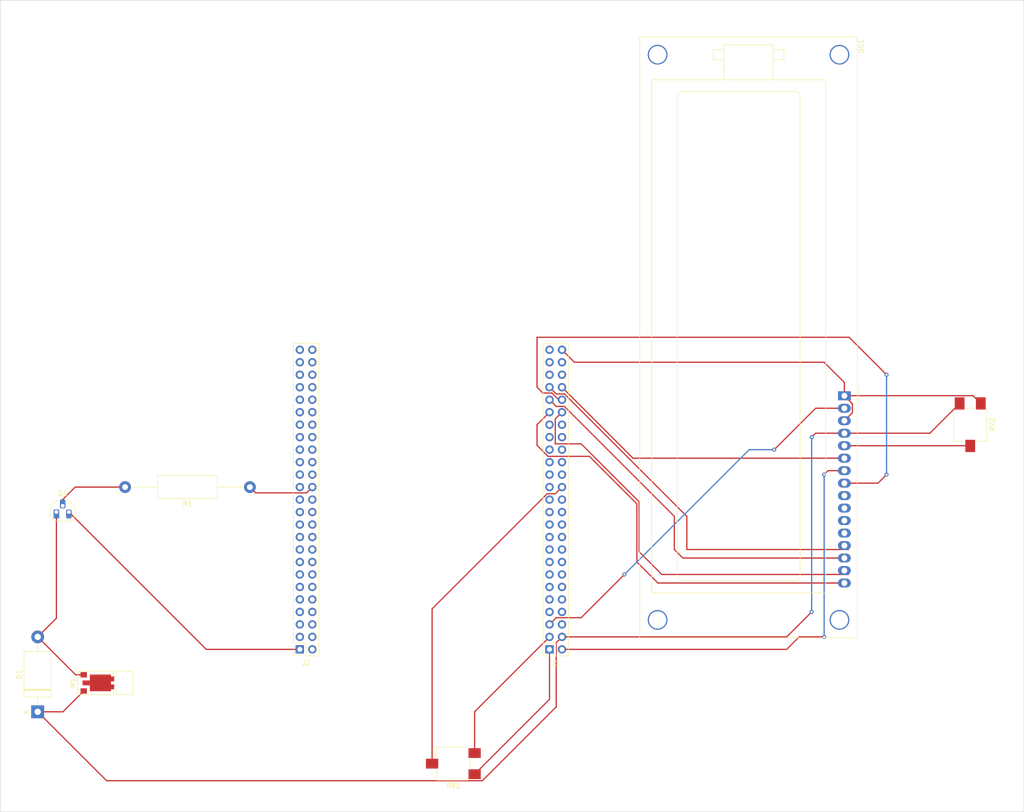
<source format=kicad_pcb>
(kicad_pcb (version 20221018) (generator pcbnew)
  (layers (0 "F.Cu" signal) (31 "B.Cu" signal) (34 "B.Paste" user) (35 "F.Paste" user) (36 "B.SilkS" user "B.Silkscreen") (37 "F.SilkS" user "F.Silkscreen") (38 "B.Mask" user) (39 "F.Mask" user) (44 "Edge.Cuts" user))
  (net 0 "")
  (net 1 "Net-(D1-A2)")
  (net 2 "GND")
  (net 3 "Net-(DS1-Vo)")
  (net 4 "Rs")
  (net 5 "E")
  (net 10 "D4")
  (net 11 "D5")
  (net 12 "D6")
  (net 13 "D7")
  (net 36 "Input_Signal")
  (net 76 "Motor_PWM")
  (net 97 "Net-(Q1-B)")
  (net 98 "5V")
  (net 99 "3.3V")
  (footprint "Display:HY1602E" (layer "F.Cu") (at 192.0775 105.88 -90)
    (fp_text reference "DS1" (at -71.12 -3.48 90) (layer "F.SilkS"))
    (fp_text value "HY1602E")
    (fp_line (start -73.04 -2.64) (end -73.04 41.64) (stroke (width 0.12)) (layer "F.SilkS"))
    (fp_line (start -73.04 -2.64) (end 49.24 -2.64) (stroke (width 0.12)) (layer "F.SilkS"))
    (fp_line (start -71.4 14.5) (end -64.3 14.5) (stroke (width 0.12)) (layer "F.SilkS"))
    (fp_line (start -71.4 24.5) (end -71.4 14.5) (stroke (width 0.12)) (layer "F.SilkS"))
    (fp_line (start -70.4 12.3) (end -70.4 14.5) (stroke (width 0.12)) (layer "F.SilkS"))
    (fp_line (start -70.4 26.7) (end -70.4 24.5) (stroke (width 0.12)) (layer "F.SilkS"))
    (fp_line (start -68.4 12.3) (end -70.4 12.3) (stroke (width 0.12)) (layer "F.SilkS"))
    (fp_line (start -68.4 14.5) (end -68.4 12.3) (stroke (width 0.12)) (layer "F.SilkS"))
    (fp_line (start -68.4 24.5) (end -68.4 26.7) (stroke (width 0.12)) (layer "F.SilkS"))
    (fp_line (start -68.4 26.7) (end -70.4 26.7) (stroke (width 0.12)) (layer "F.SilkS"))
    (fp_line (start -64.3 3.8) (end 40.1 3.8) (stroke (width 0.12)) (layer "F.SilkS"))
    (fp_line (start -64.3 24.5) (end -71.4 24.5) (stroke (width 0.12)) (layer "F.SilkS"))
    (fp_line (start -64.3 39.2) (end -64.3 3.8) (stroke (width 0.12)) (layer "F.SilkS"))
    (fp_line (start -61.9 33) (end -61.9 10) (stroke (width 0.12)) (layer "F.SilkS"))
    (fp_line (start -60.9 9) (end 36.6 9) (stroke (width 0.12)) (layer "F.SilkS"))
    (fp_line (start -2 -3) (end 2 -3) (stroke (width 0.12)) (layer "F.SilkS"))
    (fp_line (start 36.6 34) (end -60.9 34) (stroke (width 0.12)) (layer "F.SilkS"))
    (fp_line (start 37.6 10) (end 37.6 33) (stroke (width 0.12)) (layer "F.SilkS"))
    (fp_line (start 40.1 3.8) (end 40.1 39.2) (stroke (width 0.12)) (layer "F.SilkS"))
    (fp_line (start 40.1 39.2) (end -64.3 39.2) (stroke (width 0.12)) (layer "F.SilkS"))
    (fp_line (start 49.24 -2.64) (end 49.24 41.64) (stroke (width 0.12)) (layer "F.SilkS"))
    (fp_line (start 49.24 41.64) (end -73.04 41.64) (stroke (width 0.12)) (layer "F.SilkS"))
    (fp_arc (start -61.9 10) (mid -61.607107 9.292893) (end -60.9 9) (stroke (width 0.12)) (layer "F.SilkS"))
    (fp_arc (start -60.9 34) (mid -61.607107 33.707107) (end -61.9 33) (stroke (width 0.12)) (layer "F.SilkS"))
    (fp_arc (start 36.6 9) (mid 37.307107 9.292893) (end 37.6 10) (stroke (width 0.12)) (layer "F.SilkS"))
    (fp_arc (start 37.6 33) (mid 37.307107 33.707107) (end 36.6 34) (stroke (width 0.12)) (layer "F.SilkS"))
    (pad "" thru_hole circle (at -69.40042 1.00076 90) (size 4 4) (drill 3.5) (layers "*.Cu" "*.Mask"))
    (pad "" thru_hole circle (at -69.40042 38.00094 90) (size 4 4) (drill 3.5) (layers "*.Cu" "*.Mask"))
    (pad "" thru_hole circle (at 45.60062 1.00076 90) (size 4 4) (drill 3.5) (layers "*.Cu" "*.Mask"))
    (pad "" thru_hole circle (at 45.60062 38.00094 90) (size 4 4) (drill 3.5) (layers "*.Cu" "*.Mask"))
    (pad "1" thru_hole rect (at 0 0 90) (size 1.8 2.6) (drill 1.2) (layers "*.Cu" "*.Mask") (net 2 "GND"))
    (pad "2" thru_hole oval (at 2.54 0 90) (size 1.8 2.6) (drill 1.2) (layers "*.Cu" "*.Mask") (net 99 "3.3V"))
    (pad "3" thru_hole oval (at 5.08 0 90) (size 1.8 2.6) (drill 1.2) (layers "*.Cu" "*.Mask") (net 2 "GND"))
    (pad "4" thru_hole oval (at 7.62 0 90) (size 1.8 2.6) (drill 1.2) (layers "*.Cu" "*.Mask") (net 98 "5V"))
    (pad "5" thru_hole oval (at 10.16 0 90) (size 1.8 2.6) (drill 1.2) (layers "*.Cu" "*.Mask") (net 3 "Net-(DS1-Vo)"))
    (pad "6" thru_hole oval (at 12.7 0 90) (size 1.8 2.6) (drill 1.2) (layers "*.Cu" "*.Mask") (net 4 "Rs"))
    (pad "7" thru_hole oval (at 15.24 0 90) (size 1.8 2.6) (drill 1.2) (layers "*.Cu" "*.Mask") (net 2 "GND"))
    (pad "8" thru_hole oval (at 17.78 0 90) (size 1.8 2.6) (drill 1.2) (layers "*.Cu" "*.Mask") (net 5 "E"))
    (pad "9" thru_hole oval (at 20.32 0 90) (size 1.8 2.6) (drill 1.2) (layers "*.Cu" "*.Mask"))
    (pad "10" thru_hole oval (at 22.86 0 90) (size 1.8 2.6) (drill 1.2) (layers "*.Cu" "*.Mask"))
    (pad "11" thru_hole oval (at 25.4 0 90) (size 1.8 2.6) (drill 1.2) (layers "*.Cu" "*.Mask"))
    (pad "12" thru_hole oval (at 27.94 0 90) (size 1.8 2.6) (drill 1.2) (layers "*.Cu" "*.Mask"))
    (pad "13" thru_hole oval (at 30.48 0 90) (size 1.8 2.6) (drill 1.2) (layers "*.Cu" "*.Mask") (net 10 "D4"))
    (pad "14" thru_hole oval (at 33.02 0 90) (size 1.8 2.6) (drill 1.2) (layers "*.Cu" "*.Mask") (net 11 "D5"))
    (pad "15" thru_hole oval (at 35.56 0 90) (size 1.8 2.6) (drill 1.2) (layers "*.Cu" "*.Mask") (net 12 "D6"))
    (pad "16" thru_hole oval (at 38.1 0 90) (size 1.8 2.6) (drill 1.2) (layers "*.Cu" "*.Mask") (net 13 "D7"))
  )
  (footprint "Potentiometer_SMD:Potentiometer_ACP_CA6-VSMD_Vertical" (layer "F.Cu") (at 217.685 111.76 -90)
    (fp_text reference "RV2" (at 0 -4.5 90) (layer "F.SilkS"))
    (fp_text value "R_Potentiometer")
    (fp_line (start -3.37 -0.909) (end -3.37 0.91) (stroke (width 0.12)) (layer "F.SilkS"))
    (fp_line (start -2.834 -3.371) (end 3.37 -3.371) (stroke (width 0.12)) (layer "F.SilkS"))
    (fp_line (start -2.834 3.37) (end 3.37 3.37) (stroke (width 0.12)) (layer "F.SilkS"))
    (fp_line (start 3.37 -3.371) (end 3.37 -1.24) (stroke (width 0.12)) (layer "F.SilkS"))
    (fp_line (start 3.37 1.24) (end 3.37 3.37) (stroke (width 0.12)) (layer "F.SilkS"))
    (pad "1" smd rect (at -4.325 2.15 270) (size 2.5 2) (layers "F.Cu" "F.Paste" "F.Mask") (net 98 "5V"))
    (pad "2" smd rect (at 4.325 0 270) (size 2.5 2) (layers "F.Cu" "F.Paste" "F.Mask") (net 3 "Net-(DS1-Vo)"))
    (pad "3" smd rect (at -4.325 -2.15 270) (size 2.5 2) (layers "F.Cu" "F.Paste" "F.Mask") (net 2 "GND"))
  )
  (footprint "Motors:Vybronics_VZ30C1T8219732L" (layer "F.Cu") (at 41.655 164.3 90)
    (fp_text reference "M1" (at 0 -6.5 90) (layer "F.SilkS"))
    (fp_text value "Motor_DC")
    (fp_line (start -2.4 -5.55) (end -1.05 -5.55) (stroke (width 0.12)) (layer "F.SilkS"))
    (fp_line (start -2.4 -5.2) (end -2.4 -5.55) (stroke (width 0.12)) (layer "F.SilkS"))
    (fp_line (start -2.4 1.7) (end -2.4 -5.2) (stroke (width 0.12)) (layer "F.SilkS"))
    (fp_line (start -2.4 2.3) (end -1.4 2.3) (stroke (width 0.12)) (layer "F.SilkS"))
    (fp_line (start -2.4 5.6) (end -2.4 2.3) (stroke (width 0.12)) (layer "F.SilkS"))
    (fp_line (start -1.4 1.7) (end -2.4 1.7) (stroke (width 0.12)) (layer "F.SilkS"))
    (fp_line (start -1.4 2.3) (end -1.4 1.7) (stroke (width 0.12)) (layer "F.SilkS"))
    (fp_line (start -1.05 -5.6) (end 1.05 -5.6) (stroke (width 0.12)) (layer "F.SilkS"))
    (fp_line (start -1.05 -5.55) (end -1.05 -5.6) (stroke (width 0.12)) (layer "F.SilkS"))
    (fp_line (start 1.05 -5.6) (end 1.05 -5.55) (stroke (width 0.12)) (layer "F.SilkS"))
    (fp_line (start 1.05 -5.55) (end 2.4 -5.55) (stroke (width 0.12)) (layer "F.SilkS"))
    (fp_line (start 1.4 1.7) (end 1.4 2.3) (stroke (width 0.12)) (layer "F.SilkS"))
    (fp_line (start 1.4 2.3) (end 2.4 2.3) (stroke (width 0.12)) (layer "F.SilkS"))
    (fp_line (start 2.4 -5.55) (end 2.4 -5.2) (stroke (width 0.12)) (layer "F.SilkS"))
    (fp_line (start 2.4 -5.2) (end 2.4 1.7) (stroke (width 0.12)) (layer "F.SilkS"))
    (fp_line (start 2.4 1.7) (end 1.4 1.7) (stroke (width 0.12)) (layer "F.SilkS"))
    (fp_line (start 2.4 2.3) (end 2.4 5.6) (stroke (width 0.12)) (layer "F.SilkS"))
    (fp_line (start 2.4 5.6) (end -2.4 5.6) (stroke (width 0.12)) (layer "F.SilkS"))
    (pad "1" smd rect (at -1.65 -4.35) (size 1.3 1.1) (layers "F.Cu" "F.Paste" "F.Mask") (net 98 "5V"))
    (pad "2" smd rect (at 1.65 -4.35) (size 1.3 1.1) (layers "F.Cu" "F.Paste" "F.Mask") (net 1 "Net-(D1-A2)"))
    (pad "SH" smd rect (at -0.8 1.525 90) (size 1 0.65) (layers "F.Cu" "F.Paste" "F.Mask"))
    (pad "SH" smd rect (at 0 -3.85) (size 1.5 1) (layers "F.Cu" "F.Paste" "F.Mask"))
    (pad "SH" smd rect (at 0 -0.95) (size 4.3 3.4) (layers "F.Cu" "F.Mask"))
    (pad "SH" smd rect (at 0.8 1.525 90) (size 1 0.65) (layers "F.Cu" "F.Paste" "F.Mask"))
  )
  (footprint "Diode_THT:D_DO-201AE_P15.24mm_Horizontal" (layer "F.Cu") (at 27.94 170.18 90)
    (fp_text reference "D1" (at 7.62 -3.77 90) (layer "F.SilkS"))
    (fp_text value "1.5KExxA")
    (fp_text user "K" (at 0 -2.3 90) (layer "F.SilkS"))
    (fp_line (start 1.54 0) (end 3 0) (stroke (width 0.12)) (layer "F.SilkS"))
    (fp_line (start 3 -2.77) (end 3 2.77) (stroke (width 0.12)) (layer "F.SilkS"))
    (fp_line (start 3 2.77) (end 12.24 2.77) (stroke (width 0.12)) (layer "F.SilkS"))
    (fp_line (start 4.35 -2.77) (end 4.35 2.77) (stroke (width 0.12)) (layer "F.SilkS"))
    (fp_line (start 4.47 -2.77) (end 4.47 2.77) (stroke (width 0.12)) (layer "F.SilkS"))
    (fp_line (start 4.59 -2.77) (end 4.59 2.77) (stroke (width 0.12)) (layer "F.SilkS"))
    (fp_line (start 12.24 -2.77) (end 3 -2.77) (stroke (width 0.12)) (layer "F.SilkS"))
    (fp_line (start 12.24 2.77) (end 12.24 -2.77) (stroke (width 0.12)) (layer "F.SilkS"))
    (fp_line (start 13.7 0) (end 12.24 0) (stroke (width 0.12)) (layer "F.SilkS"))
    (pad "1" thru_hole rect (at 0 0 90) (size 2.6 2.6) (drill 1.3) (layers "*.Cu" "*.Mask") (net 98 "5V"))
    (pad "2" thru_hole oval (at 15.24 0 90) (size 2.6 2.6) (drill 1.3) (layers "*.Cu" "*.Mask") (net 1 "Net-(D1-A2)"))
  )
  (footprint "Connector_PinSocket_2.54mm:PinSocket_2x25_P2.54mm_Vertical" (layer "F.Cu") (at 81.28 157.48 180)
    (fp_text reference "J2" (at -1.27 -2.77) (layer "F.SilkS"))
    (fp_text value "Discovery Board Conn 1")
    (fp_line (start -3.87 -1.33) (end -3.87 62.29) (stroke (width 0.12)) (layer "F.SilkS"))
    (fp_line (start -3.87 -1.33) (end -1.27 -1.33) (stroke (width 0.12)) (layer "F.SilkS"))
    (fp_line (start -3.87 62.29) (end 1.33 62.29) (stroke (width 0.12)) (layer "F.SilkS"))
    (fp_line (start -1.27 -1.33) (end -1.27 1.27) (stroke (width 0.12)) (layer "F.SilkS"))
    (fp_line (start -1.27 1.27) (end 1.33 1.27) (stroke (width 0.12)) (layer "F.SilkS"))
    (fp_line (start 0 -1.33) (end 1.33 -1.33) (stroke (width 0.12)) (layer "F.SilkS"))
    (fp_line (start 1.33 -1.33) (end 1.33 0) (stroke (width 0.12)) (layer "F.SilkS"))
    (fp_line (start 1.33 1.27) (end 1.33 62.29) (stroke (width 0.12)) (layer "F.SilkS"))
    (pad "1" thru_hole rect (at 0 0 180) (size 1.7 1.7) (drill 1) (layers "*.Cu" "*.Mask") (net 2 "GND"))
    (pad "2" thru_hole oval (at -2.54 0 180) (size 1.7 1.7) (drill 1) (layers "*.Cu" "*.Mask") (net 2 "GND"))
    (pad "3" thru_hole oval (at 0 2.54 180) (size 1.7 1.7) (drill 1) (layers "*.Cu" "*.Mask"))
    (pad "4" thru_hole oval (at -2.54 2.54 180) (size 1.7 1.7) (drill 1) (layers "*.Cu" "*.Mask"))
    (pad "5" thru_hole oval (at 0 5.08 180) (size 1.7 1.7) (drill 1) (layers "*.Cu" "*.Mask"))
    (pad "6" thru_hole oval (at -2.54 5.08 180) (size 1.7 1.7) (drill 1) (layers "*.Cu" "*.Mask"))
    (pad "7" thru_hole oval (at 0 7.62 180) (size 1.7 1.7) (drill 1) (layers "*.Cu" "*.Mask"))
    (pad "8" thru_hole oval (at -2.54 7.62 180) (size 1.7 1.7) (drill 1) (layers "*.Cu" "*.Mask"))
    (pad "9" thru_hole oval (at 0 10.16 180) (size 1.7 1.7) (drill 1) (layers "*.Cu" "*.Mask"))
    (pad "10" thru_hole oval (at -2.54 10.16 180) (size 1.7 1.7) (drill 1) (layers "*.Cu" "*.Mask"))
    (pad "11" thru_hole oval (at 0 12.7 180) (size 1.7 1.7) (drill 1) (layers "*.Cu" "*.Mask"))
    (pad "12" thru_hole oval (at -2.54 12.7 180) (size 1.7 1.7) (drill 1) (layers "*.Cu" "*.Mask"))
    (pad "13" thru_hole oval (at 0 15.24 180) (size 1.7 1.7) (drill 1) (layers "*.Cu" "*.Mask"))
    (pad "14" thru_hole oval (at -2.54 15.24 180) (size 1.7 1.7) (drill 1) (layers "*.Cu" "*.Mask"))
    (pad "15" thru_hole oval (at 0 17.78 180) (size 1.7 1.7) (drill 1) (layers "*.Cu" "*.Mask"))
    (pad "16" thru_hole oval (at -2.54 17.78 180) (size 1.7 1.7) (drill 1) (layers "*.Cu" "*.Mask"))
    (pad "17" thru_hole oval (at 0 20.32 180) (size 1.7 1.7) (drill 1) (layers "*.Cu" "*.Mask"))
    (pad "18" thru_hole oval (at -2.54 20.32 180) (size 1.7 1.7) (drill 1) (layers "*.Cu" "*.Mask"))
    (pad "19" thru_hole oval (at 0 22.86 180) (size 1.7 1.7) (drill 1) (layers "*.Cu" "*.Mask"))
    (pad "20" thru_hole oval (at -2.54 22.86 180) (size 1.7 1.7) (drill 1) (layers "*.Cu" "*.Mask"))
    (pad "21" thru_hole oval (at 0 25.4 180) (size 1.7 1.7) (drill 1) (layers "*.Cu" "*.Mask"))
    (pad "22" thru_hole oval (at -2.54 25.4 180) (size 1.7 1.7) (drill 1) (layers "*.Cu" "*.Mask"))
    (pad "23" thru_hole oval (at 0 27.94 180) (size 1.7 1.7) (drill 1) (layers "*.Cu" "*.Mask"))
    (pad "24" thru_hole oval (at -2.54 27.94 180) (size 1.7 1.7) (drill 1) (layers "*.Cu" "*.Mask"))
    (pad "25" thru_hole oval (at 0 30.48 180) (size 1.7 1.7) (drill 1) (layers "*.Cu" "*.Mask"))
    (pad "26" thru_hole oval (at -2.54 30.48 180) (size 1.7 1.7) (drill 1) (layers "*.Cu" "*.Mask"))
    (pad "27" thru_hole oval (at 0 33.02 180) (size 1.7 1.7) (drill 1) (layers "*.Cu" "*.Mask"))
    (pad "28" thru_hole oval (at -2.54 33.02 180) (size 1.7 1.7) (drill 1) (layers "*.Cu" "*.Mask") (net 76 "Motor_PWM"))
    (pad "29" thru_hole oval (at 0 35.56 180) (size 1.7 1.7) (drill 1) (layers "*.Cu" "*.Mask"))
    (pad "30" thru_hole oval (at -2.54 35.56 180) (size 1.7 1.7) (drill 1) (layers "*.Cu" "*.Mask"))
    (pad "31" thru_hole oval (at 0 38.1 180) (size 1.7 1.7) (drill 1) (layers "*.Cu" "*.Mask"))
    (pad "32" thru_hole oval (at -2.54 38.1 180) (size 1.7 1.7) (drill 1) (layers "*.Cu" "*.Mask"))
    (pad "33" thru_hole oval (at 0 40.64 180) (size 1.7 1.7) (drill 1) (layers "*.Cu" "*.Mask"))
    (pad "34" thru_hole oval (at -2.54 40.64 180) (size 1.7 1.7) (drill 1) (layers "*.Cu" "*.Mask"))
    (pad "35" thru_hole oval (at 0 43.18 180) (size 1.7 1.7) (drill 1) (layers "*.Cu" "*.Mask"))
    (pad "36" thru_hole oval (at -2.54 43.18 180) (size 1.7 1.7) (drill 1) (layers "*.Cu" "*.Mask"))
    (pad "37" thru_hole oval (at 0 45.72 180) (size 1.7 1.7) (drill 1) (layers "*.Cu" "*.Mask"))
    (pad "38" thru_hole oval (at -2.54 45.72 180) (size 1.7 1.7) (drill 1) (layers "*.Cu" "*.Mask"))
    (pad "39" thru_hole oval (at 0 48.26 180) (size 1.7 1.7) (drill 1) (layers "*.Cu" "*.Mask"))
    (pad "40" thru_hole oval (at -2.54 48.26 180) (size 1.7 1.7) (drill 1) (layers "*.Cu" "*.Mask"))
    (pad "41" thru_hole oval (at 0 50.8 180) (size 1.7 1.7) (drill 1) (layers "*.Cu" "*.Mask"))
    (pad "42" thru_hole oval (at -2.54 50.8 180) (size 1.7 1.7) (drill 1) (layers "*.Cu" "*.Mask"))
    (pad "43" thru_hole oval (at 0 53.34 180) (size 1.7 1.7) (drill 1) (layers "*.Cu" "*.Mask"))
    (pad "44" thru_hole oval (at -2.54 53.34 180) (size 1.7 1.7) (drill 1) (layers "*.Cu" "*.Mask"))
    (pad "45" thru_hole oval (at 0 55.88 180) (size 1.7 1.7) (drill 1) (layers "*.Cu" "*.Mask"))
    (pad "46" thru_hole oval (at -2.54 55.88 180) (size 1.7 1.7) (drill 1) (layers "*.Cu" "*.Mask"))
    (pad "47" thru_hole oval (at 0 58.42 180) (size 1.7 1.7) (drill 1) (layers "*.Cu" "*.Mask"))
    (pad "48" thru_hole oval (at -2.54 58.42 180) (size 1.7 1.7) (drill 1) (layers "*.Cu" "*.Mask"))
    (pad "49" thru_hole oval (at 0 60.96 180) (size 1.7 1.7) (drill 1) (layers "*.Cu" "*.Mask") (net 2 "GND"))
    (pad "50" thru_hole oval (at -2.54 60.96 180) (size 1.7 1.7) (drill 1) (layers "*.Cu" "*.Mask") (net 2 "GND"))
  )
  (footprint "Package_TO_SOT_THT:TO-92L_HandSolder" (layer "F.Cu") (at 31.75 129.54)
    (fp_text reference "Q1" (at 1.27 -3.8) (layer "F.SilkS"))
    (fp_text value "NPN")
    (fp_line (start -0.53 1.85) (end 3.07 1.85) (stroke (width 0.12)) (layer "F.SilkS"))
    (fp_arc (start -0.541453 1.842156) (mid -1.247298 -0.581475) (end 0.45 -2.45) (stroke (width 0.12)) (layer "F.SilkS"))
    (fp_arc (start 2.05 -2.45) (mid 3.769931 -0.601036) (end 3.078445 1.827684) (stroke (width 0.12)) (layer "F.SilkS"))
    (pad "1" thru_hole rect (at 0 0) (size 1.1 1.8) (drill 0.75 (offset 0 0.4)) (layers "*.Cu" "*.Mask") (net 1 "Net-(D1-A2)"))
    (pad "2" thru_hole roundrect (at 1.27 -1.27) (size 1.1 1.8) (drill 0.75 (offset 0 -0.4)) (layers "*.Cu" "*.Mask") (net 97 "Net-(Q1-B)"))
    (pad "3" thru_hole roundrect (at 2.54 0) (size 1.1 1.8) (drill 0.75 (offset 0 0.4)) (layers "*.Cu" "*.Mask") (net 2 "GND"))
  )
  (footprint "Resistor_THT:R_Axial_DIN0414_L11.9mm_D4.5mm_P25.40mm_Horizontal" (layer "F.Cu") (at 71.12 124.46 180)
    (fp_text reference "R1" (at 12.7 -3.37) (layer "F.SilkS"))
    (fp_text value "R_Small")
    (fp_line (start 1.44 0) (end 6.63 0) (stroke (width 0.12)) (layer "F.SilkS"))
    (fp_line (start 6.63 -2.37) (end 6.63 2.37) (stroke (width 0.12)) (layer "F.SilkS"))
    (fp_line (start 6.63 2.37) (end 18.77 2.37) (stroke (width 0.12)) (layer "F.SilkS"))
    (fp_line (start 18.77 -2.37) (end 6.63 -2.37) (stroke (width 0.12)) (layer "F.SilkS"))
    (fp_line (start 18.77 2.37) (end 18.77 -2.37) (stroke (width 0.12)) (layer "F.SilkS"))
    (fp_line (start 23.96 0) (end 18.77 0) (stroke (width 0.12)) (layer "F.SilkS"))
    (pad "1" thru_hole circle (at 0 0 180) (size 2.4 2.4) (drill 1.2) (layers "*.Cu" "*.Mask") (net 76 "Motor_PWM"))
    (pad "2" thru_hole oval (at 25.4 0 180) (size 2.4 2.4) (drill 1.2) (layers "*.Cu" "*.Mask") (net 97 "Net-(Q1-B)"))
  )
  (footprint "Connector_PinSocket_2.54mm:PinSocket_2x25_P2.54mm_Vertical" (layer "F.Cu") (at 132.08 157.48 180)
    (fp_text reference "J1" (at -1.27 -2.77) (layer "F.SilkS"))
    (fp_text value "Discovery Board Conn 2")
    (fp_line (start -3.87 -1.33) (end -3.87 62.29) (stroke (width 0.12)) (layer "F.SilkS"))
    (fp_line (start -3.87 -1.33) (end -1.27 -1.33) (stroke (width 0.12)) (layer "F.SilkS"))
    (fp_line (start -3.87 62.29) (end 1.33 62.29) (stroke (width 0.12)) (layer "F.SilkS"))
    (fp_line (start -1.27 -1.33) (end -1.27 1.27) (stroke (width 0.12)) (layer "F.SilkS"))
    (fp_line (start -1.27 1.27) (end 1.33 1.27) (stroke (width 0.12)) (layer "F.SilkS"))
    (fp_line (start 0 -1.33) (end 1.33 -1.33) (stroke (width 0.12)) (layer "F.SilkS"))
    (fp_line (start 1.33 -1.33) (end 1.33 0) (stroke (width 0.12)) (layer "F.SilkS"))
    (fp_line (start 1.33 1.27) (end 1.33 62.29) (stroke (width 0.12)) (layer "F.SilkS"))
    (pad "1" thru_hole rect (at 0 0 180) (size 1.7 1.7) (drill 1) (layers "*.Cu" "*.Mask") (net 2 "GND"))
    (pad "2" thru_hole oval (at -2.54 0 180) (size 1.7 1.7) (drill 1) (layers "*.Cu" "*.Mask") (net 2 "GND"))
    (pad "3" thru_hole oval (at 0 2.54 180) (size 1.7 1.7) (drill 1) (layers "*.Cu" "*.Mask") (net 98 "5V"))
    (pad "4" thru_hole oval (at -2.54 2.54 180) (size 1.7 1.7) (drill 1) (layers "*.Cu" "*.Mask") (net 98 "5V"))
    (pad "5" thru_hole oval (at 0 5.08 180) (size 1.7 1.7) (drill 1) (layers "*.Cu" "*.Mask") (net 99 "3.3V"))
    (pad "6" thru_hole oval (at -2.54 5.08 180) (size 1.7 1.7) (drill 1) (layers "*.Cu" "*.Mask"))
    (pad "7" thru_hole oval (at 0 7.62 180) (size 1.7 1.7) (drill 1) (layers "*.Cu" "*.Mask"))
    (pad "8" thru_hole oval (at -2.54 7.62 180) (size 1.7 1.7) (drill 1) (layers "*.Cu" "*.Mask"))
    (pad "9" thru_hole oval (at 0 10.16 180) (size 1.7 1.7) (drill 1) (layers "*.Cu" "*.Mask"))
    (pad "10" thru_hole oval (at -2.54 10.16 180) (size 1.7 1.7) (drill 1) (layers "*.Cu" "*.Mask"))
    (pad "11" thru_hole oval (at 0 12.7 180) (size 1.7 1.7) (drill 1) (layers "*.Cu" "*.Mask"))
    (pad "12" thru_hole oval (at -2.54 12.7 180) (size 1.7 1.7) (drill 1) (layers "*.Cu" "*.Mask"))
    (pad "13" thru_hole oval (at 0 15.24 180) (size 1.7 1.7) (drill 1) (layers "*.Cu" "*.Mask"))
    (pad "14" thru_hole oval (at -2.54 15.24 180) (size 1.7 1.7) (drill 1) (layers "*.Cu" "*.Mask"))
    (pad "15" thru_hole oval (at 0 17.78 180) (size 1.7 1.7) (drill 1) (layers "*.Cu" "*.Mask"))
    (pad "16" thru_hole oval (at -2.54 17.78 180) (size 1.7 1.7) (drill 1) (layers "*.Cu" "*.Mask"))
    (pad "17" thru_hole oval (at 0 20.32 180) (size 1.7 1.7) (drill 1) (layers "*.Cu" "*.Mask"))
    (pad "18" thru_hole oval (at -2.54 20.32 180) (size 1.7 1.7) (drill 1) (layers "*.Cu" "*.Mask"))
    (pad "19" thru_hole oval (at 0 22.86 180) (size 1.7 1.7) (drill 1) (layers "*.Cu" "*.Mask"))
    (pad "20" thru_hole oval (at -2.54 22.86 180) (size 1.7 1.7) (drill 1) (layers "*.Cu" "*.Mask"))
    (pad "21" thru_hole oval (at 0 25.4 180) (size 1.7 1.7) (drill 1) (layers "*.Cu" "*.Mask"))
    (pad "22" thru_hole oval (at -2.54 25.4 180) (size 1.7 1.7) (drill 1) (layers "*.Cu" "*.Mask"))
    (pad "23" thru_hole oval (at 0 27.94 180) (size 1.7 1.7) (drill 1) (layers "*.Cu" "*.Mask"))
    (pad "24" thru_hole oval (at -2.54 27.94 180) (size 1.7 1.7) (drill 1) (layers "*.Cu" "*.Mask"))
    (pad "25" thru_hole oval (at 0 30.48 180) (size 1.7 1.7) (drill 1) (layers "*.Cu" "*.Mask"))
    (pad "26" thru_hole oval (at -2.54 30.48 180) (size 1.7 1.7) (drill 1) (layers "*.Cu" "*.Mask"))
    (pad "27" thru_hole oval (at 0 33.02 180) (size 1.7 1.7) (drill 1) (layers "*.Cu" "*.Mask"))
    (pad "28" thru_hole oval (at -2.54 33.02 180) (size 1.7 1.7) (drill 1) (layers "*.Cu" "*.Mask") (net 36 "Input_Signal"))
    (pad "29" thru_hole oval (at 0 35.56 180) (size 1.7 1.7) (drill 1) (layers "*.Cu" "*.Mask"))
    (pad "30" thru_hole oval (at -2.54 35.56 180) (size 1.7 1.7) (drill 1) (layers "*.Cu" "*.Mask"))
    (pad "31" thru_hole oval (at 0 38.1 180) (size 1.7 1.7) (drill 1) (layers "*.Cu" "*.Mask"))
    (pad "32" thru_hole oval (at -2.54 38.1 180) (size 1.7 1.7) (drill 1) (layers "*.Cu" "*.Mask"))
    (pad "33" thru_hole oval (at 0 40.64 180) (size 1.7 1.7) (drill 1) (layers "*.Cu" "*.Mask"))
    (pad "34" thru_hole oval (at -2.54 40.64 180) (size 1.7 1.7) (drill 1) (layers "*.Cu" "*.Mask"))
    (pad "35" thru_hole oval (at 0 43.18 180) (size 1.7 1.7) (drill 1) (layers "*.Cu" "*.Mask"))
    (pad "36" thru_hole oval (at -2.54 43.18 180) (size 1.7 1.7) (drill 1) (layers "*.Cu" "*.Mask"))
    (pad "37" thru_hole oval (at 0 45.72 180) (size 1.7 1.7) (drill 1) (layers "*.Cu" "*.Mask"))
    (pad "38" thru_hole oval (at -2.54 45.72 180) (size 1.7 1.7) (drill 1) (layers "*.Cu" "*.Mask"))
    (pad "39" thru_hole oval (at 0 48.26 180) (size 1.7 1.7) (drill 1) (layers "*.Cu" "*.Mask") (net 13 "D7"))
    (pad "40" thru_hole oval (at -2.54 48.26 180) (size 1.7 1.7) (drill 1) (layers "*.Cu" "*.Mask") (net 12 "D6"))
    (pad "41" thru_hole oval (at 0 50.8 180) (size 1.7 1.7) (drill 1) (layers "*.Cu" "*.Mask") (net 11 "D5"))
    (pad "42" thru_hole oval (at -2.54 50.8 180) (size 1.7 1.7) (drill 1) (layers "*.Cu" "*.Mask") (net 5 "E"))
    (pad "43" thru_hole oval (at 0 53.34 180) (size 1.7 1.7) (drill 1) (layers "*.Cu" "*.Mask") (net 10 "D4"))
    (pad "44" thru_hole oval (at -2.54 53.34 180) (size 1.7 1.7) (drill 1) (layers "*.Cu" "*.Mask") (net 4 "Rs"))
    (pad "45" thru_hole oval (at 0 55.88 180) (size 1.7 1.7) (drill 1) (layers "*.Cu" "*.Mask"))
    (pad "46" thru_hole oval (at -2.54 55.88 180) (size 1.7 1.7) (drill 1) (layers "*.Cu" "*.Mask"))
    (pad "47" thru_hole oval (at 0 58.42 180) (size 1.7 1.7) (drill 1) (layers "*.Cu" "*.Mask"))
    (pad "48" thru_hole oval (at -2.54 58.42 180) (size 1.7 1.7) (drill 1) (layers "*.Cu" "*.Mask"))
    (pad "49" thru_hole oval (at 0 60.96 180) (size 1.7 1.7) (drill 1) (layers "*.Cu" "*.Mask") (net 2 "GND"))
    (pad "50" thru_hole oval (at -2.54 60.96 180) (size 1.7 1.7) (drill 1) (layers "*.Cu" "*.Mask") (net 2 "GND"))
  )
  (footprint "Potentiometer_SMD:Potentiometer_ACP_CA6-VSMD_Vertical" (layer "F.Cu") (at 112.515 180.73 180)
    (fp_text reference "RV1" (at 0 -4.5) (layer "F.SilkS"))
    (fp_text value "R_Potentiometer")
    (fp_line (start -3.37 -0.909) (end -3.37 0.91) (stroke (width 0.12)) (layer "F.SilkS"))
    (fp_line (start -2.834 -3.371) (end 3.37 -3.371) (stroke (width 0.12)) (layer "F.SilkS"))
    (fp_line (start -2.834 3.37) (end 3.37 3.37) (stroke (width 0.12)) (layer "F.SilkS"))
    (fp_line (start 3.37 -3.371) (end 3.37 -1.24) (stroke (width 0.12)) (layer "F.SilkS"))
    (fp_line (start 3.37 1.24) (end 3.37 3.37) (stroke (width 0.12)) (layer "F.SilkS"))
    (pad "1" smd rect (at -4.325 2.15 180) (size 2.5 2) (layers "F.Cu" "F.Paste" "F.Mask") (net 98 "5V"))
    (pad "2" smd rect (at 4.325 0 180) (size 2.5 2) (layers "F.Cu" "F.Paste" "F.Mask") (net 36 "Input_Signal"))
    (pad "3" smd rect (at -4.325 -2.15 180) (size 2.5 2) (layers "F.Cu" "F.Paste" "F.Mask") (net 2 "GND"))
  )
  (gr_rect (start 20.32 25.4) (end 228.6 190.5) (stroke (width 0.1)) (fill none) (layer "Edge.Cuts"))
  (segment (start 31.75 129.54) (end 31.75 151.13) (width 0.25) (layer "F.Cu") (net 1))
  (segment (start 35.65 162.65) (end 37.305 162.65) (width 0.25) (layer "F.Cu") (net 1))
  (segment (start 31.75 151.13) (end 27.94 154.94) (width 0.25) (layer "F.Cu") (net 1))
  (segment (start 27.94 154.94) (end 35.65 162.65) (width 0.25) (layer "F.Cu") (net 1))
  (segment (start 182.88 154.94) (end 187.96 154.94) (width 0.25) (layer "F.Cu") (net 2))
  (segment (start 116.84 182.88) (end 132.08 167.64) (width 0.25) (layer "F.Cu") (net 2))
  (segment (start 192.0775 103.1775) (end 187.96 99.06) (width 0.25) (layer "F.Cu") (net 2))
  (segment (start 192.0775 105.88) (end 192.0775 103.1775) (width 0.25) (layer "F.Cu") (net 2))
  (segment (start 81.28 157.48) (end 62.23 157.48) (width 0.25) (layer "F.Cu") (net 2))
  (segment (start 180.34 157.48) (end 182.88 154.94) (width 0.25) (layer "F.Cu") (net 2))
  (segment (start 192.0975 105.86) (end 218.26 105.86) (width 0.25) (layer "F.Cu") (net 2))
  (segment (start 192.0775 110.96) (end 193.7025 109.335) (width 0.25) (layer "F.Cu") (net 2))
  (segment (start 193.7025 109.335) (end 193.7025 107.505) (width 0.25) (layer "F.Cu") (net 2))
  (segment (start 193.7025 107.505) (end 192.0775 105.88) (width 0.25) (layer "F.Cu") (net 2))
  (segment (start 192.0775 105.88) (end 192.0975 105.86) (width 0.25) (layer "F.Cu") (net 2))
  (segment (start 187.96 99.06) (end 137.16 99.06) (width 0.25) (layer "F.Cu") (net 2))
  (segment (start 192.0775 121.12) (end 188.76 121.12) (width 0.25) (layer "F.Cu") (net 2))
  (segment (start 137.16 99.06) (end 134.92052 96.82052) (width 0.25) (layer "F.Cu") (net 2))
  (segment (start 218.26 105.86) (end 219.835 107.435) (width 0.25) (layer "F.Cu") (net 2))
  (segment (start 134.62 157.48) (end 180.34 157.48) (width 0.25) (layer "F.Cu") (net 2))
  (segment (start 132.08 167.64) (end 132.08 157.48) (width 0.25) (layer "F.Cu") (net 2))
  (segment (start 188.76 121.12) (end 187.96 121.92) (width 0.25) (layer "F.Cu") (net 2))
  (segment (start 62.23 157.48) (end 34.29 129.54) (width 0.25) (layer "F.Cu") (net 2))
  (via (at 187.96 154.94) (size 0.8) (drill 0.4) (layers "F.Cu" "B.Cu") (net 2))
  (via (at 187.96 121.92) (size 0.8) (drill 0.4) (layers "F.Cu" "B.Cu") (net 2))
  (segment (start 187.96 121.92) (end 187.96 154.94) (width 0.25) (layer "B.Cu") (net 2))
  (segment (start 217.64 116.04) (end 217.685 116.085) (width 0.25) (layer "F.Cu") (net 3))
  (segment (start 192.0775 116.04) (end 217.64 116.04) (width 0.25) (layer "F.Cu") (net 3))
  (segment (start 149.06 118.58) (end 134.62 104.14) (width 0.25) (layer "F.Cu") (net 4))
  (segment (start 192.0775 118.58) (end 149.06 118.58) (width 0.25) (layer "F.Cu") (net 4))
  (segment (start 129.54 104.14) (end 129.54 93.98) (width 0.25) (layer "F.Cu") (net 5))
  (segment (start 192.0775 123.66) (end 198.92 123.66) (width 0.25) (layer "F.Cu") (net 5))
  (segment (start 198.92 123.66) (end 200.66 121.92) (width 0.25) (layer "F.Cu") (net 5))
  (segment (start 134.62 106.68) (end 133.931701 106.68) (width 0.25) (layer "F.Cu") (net 5))
  (segment (start 132.566701 105.315) (end 130.715 105.315) (width 0.25) (layer "F.Cu") (net 5))
  (segment (start 133.931701 106.68) (end 132.566701 105.315) (width 0.25) (layer "F.Cu") (net 5))
  (segment (start 130.715 105.315) (end 129.54 104.14) (width 0.25) (layer "F.Cu") (net 5))
  (segment (start 129.54 93.98) (end 193.04 93.98) (width 0.25) (layer "F.Cu") (net 5))
  (segment (start 193.04 93.98) (end 200.66 101.6) (width 0.25) (layer "F.Cu") (net 5))
  (via (at 200.66 121.92) (size 0.8) (drill 0.4) (layers "F.Cu" "B.Cu") (net 5))
  (via (at 200.66 101.6) (size 0.8) (drill 0.4) (layers "F.Cu" "B.Cu") (net 5))
  (segment (start 200.66 101.6) (end 200.66 121.92) (width 0.25) (layer "B.Cu") (net 5))
  (segment (start 135.106701 105.505) (end 133.445 105.505) (width 0.25) (layer "F.Cu") (net 10))
  (segment (start 133.445 105.505) (end 132.08 104.14) (width 0.25) (layer "F.Cu") (net 10))
  (segment (start 160.02 130.418299) (end 135.106701 105.505) (width 0.25) (layer "F.Cu") (net 10))
  (segment (start 192.8775 137.16) (end 160.02 137.16) (width 0.25) (layer "F.Cu") (net 10))
  (segment (start 192.0775 136.36) (end 192.8775 137.16) (width 0.25) (layer "F.Cu") (net 10))
  (segment (start 160.02 137.16) (end 160.02 130.418299) (width 0.25) (layer "F.Cu") (net 10))
  (segment (start 135.106701 108.045) (end 133.445 108.045) (width 0.25) (layer "F.Cu") (net 11))
  (segment (start 192.0775 138.9) (end 159.22 138.9) (width 0.25) (layer "F.Cu") (net 11))
  (segment (start 159.22 138.9) (end 157.48 137.16) (width 0.25) (layer "F.Cu") (net 11))
  (segment (start 133.445 108.045) (end 132.08 106.68) (width 0.25) (layer "F.Cu") (net 11))
  (segment (start 157.48 130.418299) (end 135.106701 108.045) (width 0.25) (layer "F.Cu") (net 11))
  (segment (start 157.48 137.16) (end 157.48 130.418299) (width 0.25) (layer "F.Cu") (net 11))
  (segment (start 150.31 137.61) (end 150.31 127.45) (width 0.25) (layer "F.Cu") (net 12))
  (segment (start 154.94 142.24) (end 150.31 137.61) (width 0.25) (layer "F.Cu") (net 12))
  (segment (start 150.31 127.45) (end 138.525 115.665) (width 0.25) (layer "F.Cu") (net 12))
  (segment (start 192.0775 141.44) (end 192.8775 142.24) (width 0.25) (layer "F.Cu") (net 12))
  (segment (start 133.255 115.664999) (end 133.255 110.585) (width 0.25) (layer "F.Cu") (net 12))
  (segment (start 192.8775 142.24) (end 154.94 142.24) (width 0.25) (layer "F.Cu") (net 12))
  (segment (start 138.525 115.665) (end 133.255 115.664999) (width 0.25) (layer "F.Cu") (net 12))
  (segment (start 133.255 110.585) (end 134.62 109.22) (width 0.25) (layer "F.Cu") (net 12))
  (segment (start 149.86 127.878299) (end 140.186701 118.205) (width 0.25) (layer "F.Cu") (net 13))
  (segment (start 149.86 139.7) (end 149.86 127.878299) (width 0.25) (layer "F.Cu") (net 13))
  (segment (start 131.783299 118.205) (end 129.54 115.961701) (width 0.25) (layer "F.Cu") (net 13))
  (segment (start 154.14 143.98) (end 149.86 139.7) (width 0.25) (layer "F.Cu") (net 13))
  (segment (start 192.0775 143.98) (end 154.14 143.98) (width 0.25) (layer "F.Cu") (net 13))
  (segment (start 129.54 111.76) (end 132.08 109.22) (width 0.25) (layer "F.Cu") (net 13))
  (segment (start 140.186701 118.205) (end 131.783299 118.205) (width 0.25) (layer "F.Cu") (net 13))
  (segment (start 129.54 115.961701) (end 129.54 111.76) (width 0.25) (layer "F.Cu") (net 13))
  (segment (start 133.255 125.825) (end 134.62 124.46) (width 0.25) (layer "F.Cu") (net 36))
  (segment (start 131.593299 125.825) (end 133.255 125.825) (width 0.25) (layer "F.Cu") (net 36))
  (segment (start 108.19 180.73) (end 108.19 149.228299) (width 0.25) (layer "F.Cu") (net 36))
  (segment (start 108.19 149.228299) (end 131.593299 125.825) (width 0.25) (layer "F.Cu") (net 36))
  (segment (start 72.295 125.635) (end 71.12 124.46) (width 0.25) (layer "F.Cu") (net 76))
  (segment (start 82.645 125.635) (end 72.295 125.635) (width 0.25) (layer "F.Cu") (net 76))
  (segment (start 83.82 124.46) (end 82.645 125.635) (width 0.25) (layer "F.Cu") (net 76))
  (segment (start 45.72 124.46) (end 35.56 124.46) (width 0.25) (layer "F.Cu") (net 97))
  (segment (start 35.56 124.46) (end 33.02 127) (width 0.25) (layer "F.Cu") (net 97))
  (segment (start 180.34 154.94) (end 185.42 149.86) (width 0.25) (layer "F.Cu") (net 98))
  (segment (start 27.94 170.18) (end 33.075 170.18) (width 0.25) (layer "F.Cu") (net 98))
  (segment (start 134.62 154.94) (end 180.34 154.94) (width 0.25) (layer "F.Cu") (net 98))
  (segment (start 192.0775 113.5) (end 186.22 113.5) (width 0.25) (layer "F.Cu") (net 98))
  (segment (start 27.94 170.18) (end 41.965 184.205) (width 0.25) (layer "F.Cu") (net 98))
  (segment (start 186.22 113.5) (end 185.42 114.3) (width 0.25) (layer "F.Cu") (net 98))
  (segment (start 118.415 184.205) (end 133.445 169.175) (width 0.25) (layer "F.Cu") (net 98))
  (segment (start 133.445 156.115) (end 134.62 154.94) (width 0.25) (layer "F.Cu") (net 98))
  (segment (start 33.075 170.18) (end 37.305 165.95) (width 0.25) (layer "F.Cu") (net 98))
  (segment (start 133.445 169.175) (end 133.445 156.115) (width 0.25) (layer "F.Cu") (net 98))
  (segment (start 116.84 170.18) (end 132.08 154.94) (width 0.25) (layer "F.Cu") (net 98))
  (segment (start 192.0775 113.5) (end 209.47 113.5) (width 0.25) (layer "F.Cu") (net 98))
  (segment (start 116.84 178.58) (end 116.84 170.18) (width 0.25) (layer "F.Cu") (net 98))
  (segment (start 41.965 184.205) (end 118.415 184.205) (width 0.25) (layer "F.Cu") (net 98))
  (segment (start 209.47 113.5) (end 215.535 107.435) (width 0.25) (layer "F.Cu") (net 98))
  (via (at 185.42 114.3) (size 0.8) (drill 0.4) (layers "F.Cu" "B.Cu") (net 98))
  (via (at 185.42 149.86) (size 0.8) (drill 0.4) (layers "F.Cu" "B.Cu") (net 98))
  (segment (start 185.42 114.3) (end 185.42 149.86) (width 0.25) (layer "B.Cu") (net 98))
  (segment (start 192.0775 108.42) (end 186.22 108.42) (width 0.25) (layer "F.Cu") (net 99))
  (segment (start 133.445 151.035) (end 138.525 151.035) (width 0.25) (layer "F.Cu") (net 99))
  (segment (start 132.08 152.4) (end 133.445 151.035) (width 0.25) (layer "F.Cu") (net 99))
  (segment (start 138.525 151.035) (end 147.32 142.24) (width 0.25) (layer "F.Cu") (net 99))
  (segment (start 186.22 108.42) (end 177.8 116.84) (width 0.25) (layer "F.Cu") (net 99))
  (via (at 147.32 142.24) (size 0.8) (drill 0.4) (layers "F.Cu" "B.Cu") (net 99))
  (via (at 177.8 116.84) (size 0.8) (drill 0.4) (layers "F.Cu" "B.Cu") (net 99))
  (segment (start 147.32 142.24) (end 172.72 116.84) (width 0.25) (layer "B.Cu") (net 99))
  (segment (start 172.72 116.84) (end 177.8 116.84) (width 0.25) (layer "B.Cu") (net 99))
)
</source>
